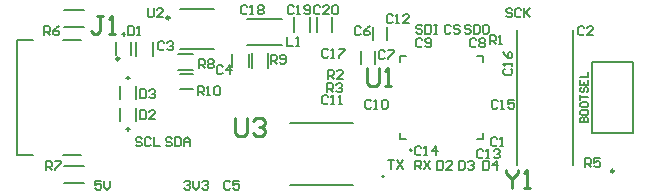
<source format=gbr>
%TF.GenerationSoftware,Altium Limited,Altium Designer,23.10.1 (27)*%
G04 Layer_Color=65535*
%FSLAX45Y45*%
%MOMM*%
%TF.SameCoordinates,D187A3F4-093A-4DDC-863C-0592D449728B*%
%TF.FilePolarity,Positive*%
%TF.FileFunction,Legend,Top*%
%TF.Part,Single*%
G01*
G75*
%TA.AperFunction,NonConductor*%
%ADD49C,0.25000*%
%ADD50C,0.20000*%
%ADD51C,0.12700*%
%ADD52C,0.25400*%
D49*
X712600Y1120250D02*
G03*
X712600Y1120250I-12500J0D01*
G01*
X1139100Y1466600D02*
G03*
X1139100Y1466600I-12500J0D01*
G01*
X4902000Y169250D02*
G03*
X4902000Y169250I-12500J0D01*
G01*
D50*
X3191700Y346250D02*
G03*
X3191700Y346250I-10000J0D01*
G01*
X2957200Y123972D02*
G03*
X2957200Y123972I-10000J0D01*
G01*
X1230200Y989600D02*
X1335200D01*
X1230200Y864600D02*
X1335200D01*
X-155400Y307250D02*
X-15400D01*
X239600D02*
X387600D01*
X-155400D02*
Y1280250D01*
X-15400D01*
X239600D02*
X387600D01*
X854900Y783200D02*
Y893200D01*
X719900Y783200D02*
Y893200D01*
X787400Y945700D02*
Y975700D01*
X772400Y960700D02*
X802400D01*
X772400Y525200D02*
X802400D01*
X787400Y510200D02*
Y540200D01*
X854900Y592700D02*
Y702700D01*
X719900Y592700D02*
Y702700D01*
X1797790Y1459010D02*
X2088410D01*
X1797790Y1233390D02*
X2088410D01*
X2193100Y1346076D02*
Y1473324D01*
X2328100Y1346076D02*
Y1473324D01*
X1972500Y1041276D02*
Y1168524D01*
X1837500Y1041276D02*
Y1168524D01*
X1206376Y1159700D02*
X1333624D01*
X1206376Y1024700D02*
X1333624D01*
X1231600Y1541600D02*
X1511600D01*
X1231600Y1201600D02*
X1511600D01*
X2383600Y1346076D02*
Y1473324D01*
X2518600Y1346076D02*
Y1473324D01*
X1670700Y1049900D02*
Y1159900D01*
X1810700Y1049900D02*
Y1159900D01*
X246576Y1534124D02*
X413824D01*
X246576Y1386876D02*
X413824D01*
X246576Y213324D02*
X413824D01*
X246576Y66076D02*
X413824D01*
X734300Y1329000D02*
X764300D01*
X749300Y1314000D02*
Y1344000D01*
X681800Y1151500D02*
Y1261500D01*
X816800Y1151500D02*
Y1261500D01*
X857100Y1143163D02*
Y1263162D01*
X999100Y1143696D02*
Y1263696D01*
X2983500Y1278500D02*
Y1388500D01*
X2858500Y1278500D02*
Y1388500D01*
X2881900Y1075300D02*
Y1185300D01*
X2756900Y1075300D02*
Y1185300D01*
X5064500Y493750D02*
Y1093750D01*
X4714500D02*
X5064500D01*
X4714500Y493750D02*
X5064500D01*
X4714500D02*
Y1093750D01*
D51*
X3791700Y1095750D02*
Y1143750D01*
X3091700Y1095750D02*
Y1143750D01*
X3791700Y443750D02*
Y491750D01*
X3091700Y443750D02*
Y491750D01*
X3743700Y1143750D02*
X3791700D01*
X3091700D02*
X3139700D01*
X3743700Y443750D02*
X3791700D01*
X3091700D02*
X3139700D01*
X4553000Y223750D02*
Y1363750D01*
X4083000Y223750D02*
Y1363750D01*
X2161700Y50472D02*
X2689700D01*
X2161700Y578472D02*
X2689700D01*
X1377981Y812812D02*
Y888988D01*
X1416069D01*
X1428764Y876292D01*
Y850900D01*
X1416069Y838204D01*
X1377981D01*
X1403373D02*
X1428764Y812812D01*
X1454156D02*
X1479548D01*
X1466852D01*
Y888988D01*
X1454156Y876292D01*
X1517636D02*
X1530332Y888988D01*
X1555724D01*
X1568419Y876292D01*
Y825508D01*
X1555724Y812812D01*
X1530332D01*
X1517636Y825508D01*
Y876292D01*
X3848117Y1244612D02*
Y1320788D01*
X3886204D01*
X3898900Y1308092D01*
Y1282700D01*
X3886204Y1270004D01*
X3848117D01*
X3873508D02*
X3898900Y1244612D01*
X3924292D02*
X3949684D01*
X3936988D01*
Y1320788D01*
X3924292Y1308092D01*
X889021Y863588D02*
Y787412D01*
X927108D01*
X939804Y800108D01*
Y850892D01*
X927108Y863588D01*
X889021D01*
X965196Y850892D02*
X977892Y863588D01*
X1003284D01*
X1015979Y850892D01*
Y838196D01*
X1003284Y825500D01*
X990588D01*
X1003284D01*
X1015979Y812804D01*
Y800108D01*
X1003284Y787412D01*
X977892D01*
X965196Y800108D01*
X889021Y685788D02*
Y609612D01*
X927108D01*
X939804Y622308D01*
Y673092D01*
X927108Y685788D01*
X889021D01*
X1015979Y609612D02*
X965196D01*
X1015979Y660396D01*
Y673092D01*
X1003284Y685788D01*
X977892D01*
X965196Y673092D01*
X3403600Y258293D02*
Y182118D01*
X3441688D01*
X3454383Y194814D01*
Y245597D01*
X3441688Y258293D01*
X3403600D01*
X3530559Y182118D02*
X3479775D01*
X3530559Y232901D01*
Y245597D01*
X3517863Y258293D01*
X3492471D01*
X3479775Y245597D01*
X3218140Y182840D02*
Y259015D01*
X3256228D01*
X3268924Y246320D01*
Y220928D01*
X3256228Y208232D01*
X3218140D01*
X3243532D02*
X3268924Y182840D01*
X3294315Y259015D02*
X3345099Y182840D01*
Y259015D02*
X3294315Y182840D01*
X2984500Y259055D02*
X3035283D01*
X3009892D01*
Y182880D01*
X3060675Y259055D02*
X3111459Y182880D01*
Y259055D02*
X3060675Y182880D01*
X3585707Y258257D02*
Y182081D01*
X3623795D01*
X3636491Y194777D01*
Y245561D01*
X3623795Y258257D01*
X3585707D01*
X3661883Y245561D02*
X3674579Y258257D01*
X3699971D01*
X3712666Y245561D01*
Y232865D01*
X3699971Y220169D01*
X3687275D01*
X3699971D01*
X3712666Y207473D01*
Y194777D01*
X3699971Y182081D01*
X3674579D01*
X3661883Y194777D01*
X3793446Y257830D02*
Y181654D01*
X3831534D01*
X3844229Y194350D01*
Y245134D01*
X3831534Y257830D01*
X3793446D01*
X3907709Y181654D02*
Y257830D01*
X3869621Y219742D01*
X3920405D01*
X3517883Y1396979D02*
X3505188Y1409675D01*
X3479796D01*
X3467100Y1396979D01*
Y1346196D01*
X3479796Y1333500D01*
X3505188D01*
X3517883Y1346196D01*
X3594059Y1396979D02*
X3581363Y1409675D01*
X3555971D01*
X3543275Y1396979D01*
Y1384283D01*
X3555971Y1371588D01*
X3581363D01*
X3594059Y1358892D01*
Y1346196D01*
X3581363Y1333500D01*
X3555971D01*
X3543275Y1346196D01*
X3688680Y1396979D02*
X3675984Y1409675D01*
X3650592D01*
X3637896Y1396979D01*
Y1384283D01*
X3650592Y1371588D01*
X3675984D01*
X3688680Y1358892D01*
Y1346196D01*
X3675984Y1333500D01*
X3650592D01*
X3637896Y1346196D01*
X3714072Y1409675D02*
Y1333500D01*
X3752159D01*
X3764855Y1346196D01*
Y1396979D01*
X3752159Y1409675D01*
X3714072D01*
X3828335D02*
X3802943D01*
X3790247Y1396979D01*
Y1346196D01*
X3802943Y1333500D01*
X3828335D01*
X3841030Y1346196D01*
Y1396979D01*
X3828335Y1409675D01*
X3278484Y1395901D02*
X3265788Y1408597D01*
X3240396D01*
X3227700Y1395901D01*
Y1383206D01*
X3240396Y1370510D01*
X3265788D01*
X3278484Y1357814D01*
Y1345118D01*
X3265788Y1332422D01*
X3240396D01*
X3227700Y1345118D01*
X3303876Y1408597D02*
Y1332422D01*
X3341963D01*
X3354659Y1345118D01*
Y1395901D01*
X3341963Y1408597D01*
X3303876D01*
X3380051D02*
X3405443D01*
X3392747D01*
Y1332422D01*
X3380051D01*
X3405443D01*
X4038583Y1536679D02*
X4025888Y1549375D01*
X4000496D01*
X3987800Y1536679D01*
Y1523983D01*
X4000496Y1511288D01*
X4025888D01*
X4038583Y1498592D01*
Y1485896D01*
X4025888Y1473200D01*
X4000496D01*
X3987800Y1485896D01*
X4114759Y1536679D02*
X4102063Y1549375D01*
X4076671D01*
X4063975Y1536679D01*
Y1485896D01*
X4076671Y1473200D01*
X4102063D01*
X4114759Y1485896D01*
X4140151Y1549375D02*
Y1473200D01*
Y1498592D01*
X4190934Y1549375D01*
X4152847Y1511288D01*
X4190934Y1473200D01*
X559537Y88874D02*
X508753D01*
Y50787D01*
X534145Y63482D01*
X546841D01*
X559537Y50787D01*
Y25395D01*
X546841Y12699D01*
X521449D01*
X508753Y25395D01*
X584929Y88874D02*
Y38091D01*
X610321Y12699D01*
X635712Y38091D01*
Y88874D01*
X1263892Y76178D02*
X1276588Y88874D01*
X1301980D01*
X1314676Y76178D01*
Y63482D01*
X1301980Y50787D01*
X1289284D01*
X1301980D01*
X1314676Y38091D01*
Y25395D01*
X1301980Y12699D01*
X1276588D01*
X1263892Y25395D01*
X1340068Y88874D02*
Y38091D01*
X1365460Y12699D01*
X1390851Y38091D01*
Y88874D01*
X1416243Y76178D02*
X1428939Y88874D01*
X1454331D01*
X1467027Y76178D01*
Y63482D01*
X1454331Y50787D01*
X1441635D01*
X1454331D01*
X1467027Y38091D01*
Y25395D01*
X1454331Y12699D01*
X1428939D01*
X1416243Y25395D01*
X1155683Y444479D02*
X1142988Y457175D01*
X1117596D01*
X1104900Y444479D01*
Y431783D01*
X1117596Y419088D01*
X1142988D01*
X1155683Y406392D01*
Y393696D01*
X1142988Y381000D01*
X1117596D01*
X1104900Y393696D01*
X1181075Y457175D02*
Y381000D01*
X1219163D01*
X1231859Y393696D01*
Y444479D01*
X1219163Y457175D01*
X1181075D01*
X1257251Y381000D02*
Y431783D01*
X1282643Y457175D01*
X1308034Y431783D01*
Y381000D01*
Y419088D01*
X1257251D01*
X901683Y444479D02*
X888988Y457175D01*
X863596D01*
X850900Y444479D01*
Y431783D01*
X863596Y419088D01*
X888988D01*
X901683Y406392D01*
Y393696D01*
X888988Y381000D01*
X863596D01*
X850900Y393696D01*
X977859Y444479D02*
X965163Y457175D01*
X939771D01*
X927075Y444479D01*
Y393696D01*
X939771Y381000D01*
X965163D01*
X977859Y393696D01*
X1003251Y457175D02*
Y381000D01*
X1054034D01*
X2133617Y1308088D02*
Y1231912D01*
X2184400D01*
X2209792D02*
X2235184D01*
X2222488D01*
Y1308088D01*
X2209792Y1295392D01*
X952521Y1549388D02*
Y1485908D01*
X965217Y1473212D01*
X990608D01*
X1003304Y1485908D01*
Y1549388D01*
X1079479Y1473212D02*
X1028696D01*
X1079479Y1523996D01*
Y1536692D01*
X1066784Y1549388D01*
X1041392D01*
X1028696Y1536692D01*
X1993921Y1079512D02*
Y1155688D01*
X2032008D01*
X2044704Y1142992D01*
Y1117600D01*
X2032008Y1104904D01*
X1993921D01*
X2019312D02*
X2044704Y1079512D01*
X2070096Y1092208D02*
X2082792Y1079512D01*
X2108184D01*
X2120879Y1092208D01*
Y1142992D01*
X2108184Y1155688D01*
X2082792D01*
X2070096Y1142992D01*
Y1130296D01*
X2082792Y1117600D01*
X2120879D01*
X1384321Y1041412D02*
Y1117588D01*
X1422408D01*
X1435104Y1104892D01*
Y1079500D01*
X1422408Y1066804D01*
X1384321D01*
X1409712D02*
X1435104Y1041412D01*
X1460496Y1104892D02*
X1473192Y1117588D01*
X1498584D01*
X1511279Y1104892D01*
Y1092196D01*
X1498584Y1079500D01*
X1511279Y1066804D01*
Y1054108D01*
X1498584Y1041412D01*
X1473192D01*
X1460496Y1054108D01*
Y1066804D01*
X1473192Y1079500D01*
X1460496Y1092196D01*
Y1104892D01*
X1473192Y1079500D02*
X1498584D01*
X88921Y177812D02*
Y253988D01*
X127008D01*
X139704Y241292D01*
Y215900D01*
X127008Y203204D01*
X88921D01*
X114312D02*
X139704Y177812D01*
X165096Y253988D02*
X215879D01*
Y241292D01*
X165096Y190508D01*
Y177812D01*
X76221Y1320812D02*
Y1396988D01*
X114308D01*
X127004Y1384292D01*
Y1358900D01*
X114308Y1346204D01*
X76221D01*
X101612D02*
X127004Y1320812D01*
X203179Y1396988D02*
X177788Y1384292D01*
X152396Y1358900D01*
Y1333508D01*
X165092Y1320812D01*
X190484D01*
X203179Y1333508D01*
Y1346204D01*
X190484Y1358900D01*
X152396D01*
X4658360Y200660D02*
Y276835D01*
X4696448D01*
X4709143Y264139D01*
Y238748D01*
X4696448Y226052D01*
X4658360D01*
X4683752D02*
X4709143Y200660D01*
X4785319Y276835D02*
X4734535D01*
Y238748D01*
X4759927Y251443D01*
X4772623D01*
X4785319Y238748D01*
Y213356D01*
X4772623Y200660D01*
X4747231D01*
X4734535Y213356D01*
X2413017Y1562092D02*
X2400321Y1574788D01*
X2374929D01*
X2362233Y1562092D01*
Y1511308D01*
X2374929Y1498612D01*
X2400321D01*
X2413017Y1511308D01*
X2489192Y1498612D02*
X2438408D01*
X2489192Y1549396D01*
Y1562092D01*
X2476496Y1574788D01*
X2451104D01*
X2438408Y1562092D01*
X2514584D02*
X2527280Y1574788D01*
X2552672D01*
X2565367Y1562092D01*
Y1511308D01*
X2552672Y1498612D01*
X2527280D01*
X2514584Y1511308D01*
Y1562092D01*
X2190764D02*
X2178069Y1574788D01*
X2152677D01*
X2139981Y1562092D01*
Y1511308D01*
X2152677Y1498612D01*
X2178069D01*
X2190764Y1511308D01*
X2216156Y1498612D02*
X2241548D01*
X2228852D01*
Y1574788D01*
X2216156Y1562092D01*
X2279636Y1511308D02*
X2292332Y1498612D01*
X2317724D01*
X2330419Y1511308D01*
Y1562092D01*
X2317724Y1574788D01*
X2292332D01*
X2279636Y1562092D01*
Y1549396D01*
X2292332Y1536700D01*
X2330419D01*
X1797064Y1562092D02*
X1784369Y1574788D01*
X1758977D01*
X1746281Y1562092D01*
Y1511308D01*
X1758977Y1498612D01*
X1784369D01*
X1797064Y1511308D01*
X1822456Y1498612D02*
X1847848D01*
X1835152D01*
Y1574788D01*
X1822456Y1562092D01*
X1885936D02*
X1898632Y1574788D01*
X1924024D01*
X1936719Y1562092D01*
Y1549396D01*
X1924024Y1536700D01*
X1936719Y1524004D01*
Y1511308D01*
X1924024Y1498612D01*
X1898632D01*
X1885936Y1511308D01*
Y1524004D01*
X1898632Y1536700D01*
X1885936Y1549396D01*
Y1562092D01*
X1898632Y1536700D02*
X1924024D01*
X1587504Y1054092D02*
X1574808Y1066788D01*
X1549417D01*
X1536721Y1054092D01*
Y1003308D01*
X1549417Y990612D01*
X1574808D01*
X1587504Y1003308D01*
X1650984Y990612D02*
Y1066788D01*
X1612896Y1028700D01*
X1663679D01*
X787417Y1396988D02*
Y1320812D01*
X825504D01*
X838200Y1333508D01*
Y1384292D01*
X825504Y1396988D01*
X787417D01*
X863592Y1320812D02*
X888984D01*
X876288D01*
Y1396988D01*
X863592Y1384292D01*
X2474532Y836224D02*
Y912399D01*
X2512620D01*
X2525315Y899703D01*
Y874311D01*
X2512620Y861615D01*
X2474532D01*
X2499924D02*
X2525315Y836224D01*
X2550707Y899703D02*
X2563403Y912399D01*
X2588795D01*
X2601491Y899703D01*
Y887007D01*
X2588795Y874311D01*
X2576099D01*
X2588795D01*
X2601491Y861615D01*
Y848920D01*
X2588795Y836224D01*
X2563403D01*
X2550707Y848920D01*
X2476521Y952512D02*
Y1028688D01*
X2514608D01*
X2527304Y1015992D01*
Y990600D01*
X2514608Y977904D01*
X2476521D01*
X2501912D02*
X2527304Y952512D01*
X2603479D02*
X2552696D01*
X2603479Y1003296D01*
Y1015992D01*
X2590784Y1028688D01*
X2565392D01*
X2552696Y1015992D01*
X4616460Y582152D02*
X4679940D01*
Y613892D01*
X4669360Y624472D01*
X4658780D01*
X4648200Y613892D01*
Y582152D01*
Y613892D01*
X4637620Y624472D01*
X4627040D01*
X4616460Y613892D01*
Y582152D01*
Y677371D02*
Y656211D01*
X4627040Y645631D01*
X4669360D01*
X4679940Y656211D01*
Y677371D01*
X4669360Y687951D01*
X4627040D01*
X4616460Y677371D01*
Y740851D02*
Y719691D01*
X4627040Y709111D01*
X4669360D01*
X4679940Y719691D01*
Y740851D01*
X4669360Y751431D01*
X4627040D01*
X4616460Y740851D01*
Y772590D02*
Y814910D01*
Y793750D01*
X4679940D01*
X4627040Y878389D02*
X4616460Y867810D01*
Y846650D01*
X4627040Y836070D01*
X4637620D01*
X4648200Y846650D01*
Y867810D01*
X4658780Y878389D01*
X4669360D01*
X4679940Y867810D01*
Y846650D01*
X4669360Y836070D01*
X4616460Y941869D02*
Y899549D01*
X4679940D01*
Y941869D01*
X4648200Y899549D02*
Y920709D01*
X4616460Y963029D02*
X4679940D01*
Y1005348D01*
X2482864Y1193792D02*
X2470169Y1206488D01*
X2444777D01*
X2432081Y1193792D01*
Y1143008D01*
X2444777Y1130312D01*
X2470169D01*
X2482864Y1143008D01*
X2508256Y1130312D02*
X2533648D01*
X2520952D01*
Y1206488D01*
X2508256Y1193792D01*
X2571736Y1206488D02*
X2622519D01*
Y1193792D01*
X2571736Y1143008D01*
Y1130312D01*
X3975108Y1035064D02*
X3962412Y1022369D01*
Y996977D01*
X3975108Y984281D01*
X4025892D01*
X4038588Y996977D01*
Y1022369D01*
X4025892Y1035064D01*
X4038588Y1060456D02*
Y1085848D01*
Y1073152D01*
X3962412D01*
X3975108Y1060456D01*
X3962412Y1174719D02*
X3975108Y1149328D01*
X4000500Y1123936D01*
X4025892D01*
X4038588Y1136632D01*
Y1162024D01*
X4025892Y1174719D01*
X4013196D01*
X4000500Y1162024D01*
Y1123936D01*
X3917964Y761992D02*
X3905269Y774688D01*
X3879877D01*
X3867181Y761992D01*
Y711208D01*
X3879877Y698512D01*
X3905269D01*
X3917964Y711208D01*
X3943356Y698512D02*
X3968748D01*
X3956052D01*
Y774688D01*
X3943356Y761992D01*
X4057619Y774688D02*
X4006836D01*
Y736600D01*
X4032228Y749296D01*
X4044924D01*
X4057619Y736600D01*
Y711208D01*
X4044924Y698512D01*
X4019532D01*
X4006836Y711208D01*
X3270264Y368292D02*
X3257569Y380988D01*
X3232177D01*
X3219481Y368292D01*
Y317508D01*
X3232177Y304812D01*
X3257569D01*
X3270264Y317508D01*
X3295656Y304812D02*
X3321048D01*
X3308352D01*
Y380988D01*
X3295656Y368292D01*
X3397224Y304812D02*
Y380988D01*
X3359136Y342900D01*
X3409919D01*
X3794460Y342892D02*
X3781764Y355588D01*
X3756372D01*
X3743677Y342892D01*
Y292108D01*
X3756372Y279412D01*
X3781764D01*
X3794460Y292108D01*
X3819852Y279412D02*
X3845244D01*
X3832548D01*
Y355588D01*
X3819852Y342892D01*
X3883331D02*
X3896027Y355588D01*
X3921419D01*
X3934115Y342892D01*
Y330196D01*
X3921419Y317500D01*
X3908723D01*
X3921419D01*
X3934115Y304804D01*
Y292108D01*
X3921419Y279412D01*
X3896027D01*
X3883331Y292108D01*
X3028964Y1485892D02*
X3016269Y1498588D01*
X2990877D01*
X2978181Y1485892D01*
Y1435108D01*
X2990877Y1422412D01*
X3016269D01*
X3028964Y1435108D01*
X3054356Y1422412D02*
X3079748D01*
X3067052D01*
Y1498588D01*
X3054356Y1485892D01*
X3168619Y1422412D02*
X3117836D01*
X3168619Y1473196D01*
Y1485892D01*
X3155924Y1498588D01*
X3130532D01*
X3117836Y1485892D01*
X2482860Y800092D02*
X2470164Y812788D01*
X2444773D01*
X2432077Y800092D01*
Y749308D01*
X2444773Y736612D01*
X2470164D01*
X2482860Y749308D01*
X2508252Y736612D02*
X2533644D01*
X2520948D01*
Y812788D01*
X2508252Y800092D01*
X2571731Y736612D02*
X2597123D01*
X2584427D01*
Y812788D01*
X2571731Y800092D01*
X2845201Y759142D02*
X2832505Y771838D01*
X2807113D01*
X2794417Y759142D01*
Y708359D01*
X2807113Y695663D01*
X2832505D01*
X2845201Y708359D01*
X2870592Y695663D02*
X2895984D01*
X2883288D01*
Y771838D01*
X2870592Y759142D01*
X2934072D02*
X2946768Y771838D01*
X2972160D01*
X2984855Y759142D01*
Y708359D01*
X2972160Y695663D01*
X2946768D01*
X2934072Y708359D01*
Y759142D01*
X3276604Y1282692D02*
X3263908Y1295388D01*
X3238517D01*
X3225821Y1282692D01*
Y1231908D01*
X3238517Y1219212D01*
X3263908D01*
X3276604Y1231908D01*
X3301996D02*
X3314692Y1219212D01*
X3340084D01*
X3352779Y1231908D01*
Y1282692D01*
X3340084Y1295388D01*
X3314692D01*
X3301996Y1282692D01*
Y1269996D01*
X3314692Y1257300D01*
X3352779D01*
X3733804Y1282692D02*
X3721108Y1295388D01*
X3695717D01*
X3683021Y1282692D01*
Y1231908D01*
X3695717Y1219212D01*
X3721108D01*
X3733804Y1231908D01*
X3759196Y1282692D02*
X3771892Y1295388D01*
X3797284D01*
X3809979Y1282692D01*
Y1269996D01*
X3797284Y1257300D01*
X3809979Y1244604D01*
Y1231908D01*
X3797284Y1219212D01*
X3771892D01*
X3759196Y1231908D01*
Y1244604D01*
X3771892Y1257300D01*
X3759196Y1269996D01*
Y1282692D01*
X3771892Y1257300D02*
X3797284D01*
X2959104Y1181092D02*
X2946408Y1193788D01*
X2921017D01*
X2908321Y1181092D01*
Y1130308D01*
X2921017Y1117612D01*
X2946408D01*
X2959104Y1130308D01*
X2984496Y1193788D02*
X3035279D01*
Y1181092D01*
X2984496Y1130308D01*
Y1117612D01*
X2755904Y1384292D02*
X2743208Y1396988D01*
X2717817D01*
X2705121Y1384292D01*
Y1333508D01*
X2717817Y1320812D01*
X2743208D01*
X2755904Y1333508D01*
X2832079Y1396988D02*
X2806688Y1384292D01*
X2781296Y1358900D01*
Y1333508D01*
X2793992Y1320812D01*
X2819384D01*
X2832079Y1333508D01*
Y1346204D01*
X2819384Y1358900D01*
X2781296D01*
X1651004Y76192D02*
X1638308Y88888D01*
X1612917D01*
X1600221Y76192D01*
Y25408D01*
X1612917Y12712D01*
X1638308D01*
X1651004Y25408D01*
X1727179Y88888D02*
X1676396D01*
Y50800D01*
X1701788Y63496D01*
X1714484D01*
X1727179Y50800D01*
Y25408D01*
X1714484Y12712D01*
X1689092D01*
X1676396Y25408D01*
X1092204Y1257292D02*
X1079508Y1269988D01*
X1054117D01*
X1041421Y1257292D01*
Y1206508D01*
X1054117Y1193812D01*
X1079508D01*
X1092204Y1206508D01*
X1117596Y1257292D02*
X1130292Y1269988D01*
X1155684D01*
X1168379Y1257292D01*
Y1244596D01*
X1155684Y1231900D01*
X1142988D01*
X1155684D01*
X1168379Y1219204D01*
Y1206508D01*
X1155684Y1193812D01*
X1130292D01*
X1117596Y1206508D01*
X4648204Y1384292D02*
X4635508Y1396988D01*
X4610117D01*
X4597421Y1384292D01*
Y1333508D01*
X4610117Y1320812D01*
X4635508D01*
X4648204Y1333508D01*
X4724379Y1320812D02*
X4673596D01*
X4724379Y1371596D01*
Y1384292D01*
X4711684Y1396988D01*
X4686292D01*
X4673596Y1384292D01*
X3911600Y444492D02*
X3898904Y457188D01*
X3873512D01*
X3860817Y444492D01*
Y393708D01*
X3873512Y381012D01*
X3898904D01*
X3911600Y393708D01*
X3936992Y381012D02*
X3962384D01*
X3949688D01*
Y457188D01*
X3936992Y444492D01*
D52*
X571500Y1485875D02*
X520717D01*
X546108D01*
Y1358917D01*
X520717Y1333525D01*
X495325D01*
X469933Y1358917D01*
X622284Y1333525D02*
X673067D01*
X647676D01*
Y1485875D01*
X622284Y1460483D01*
X3987833Y177775D02*
Y152383D01*
X4038617Y101600D01*
X4089400Y152383D01*
Y177775D01*
X4038617Y101600D02*
Y25425D01*
X4140184D02*
X4190967D01*
X4165576D01*
Y177775D01*
X4140184Y152383D01*
X1689141Y622275D02*
Y495317D01*
X1714533Y469925D01*
X1765317D01*
X1790708Y495317D01*
Y622275D01*
X1841492Y596883D02*
X1866884Y622275D01*
X1917667D01*
X1943059Y596883D01*
Y571492D01*
X1917667Y546100D01*
X1892275D01*
X1917667D01*
X1943059Y520708D01*
Y495317D01*
X1917667Y469925D01*
X1866884D01*
X1841492Y495317D01*
X2806733Y1041375D02*
Y914417D01*
X2832125Y889025D01*
X2882908D01*
X2908300Y914417D01*
Y1041375D01*
X2959084Y889025D02*
X3009867D01*
X2984476D01*
Y1041375D01*
X2959084Y1015983D01*
%TF.MD5,3165b3fd62aaa93eff7bc5c93e689606*%
M02*

</source>
